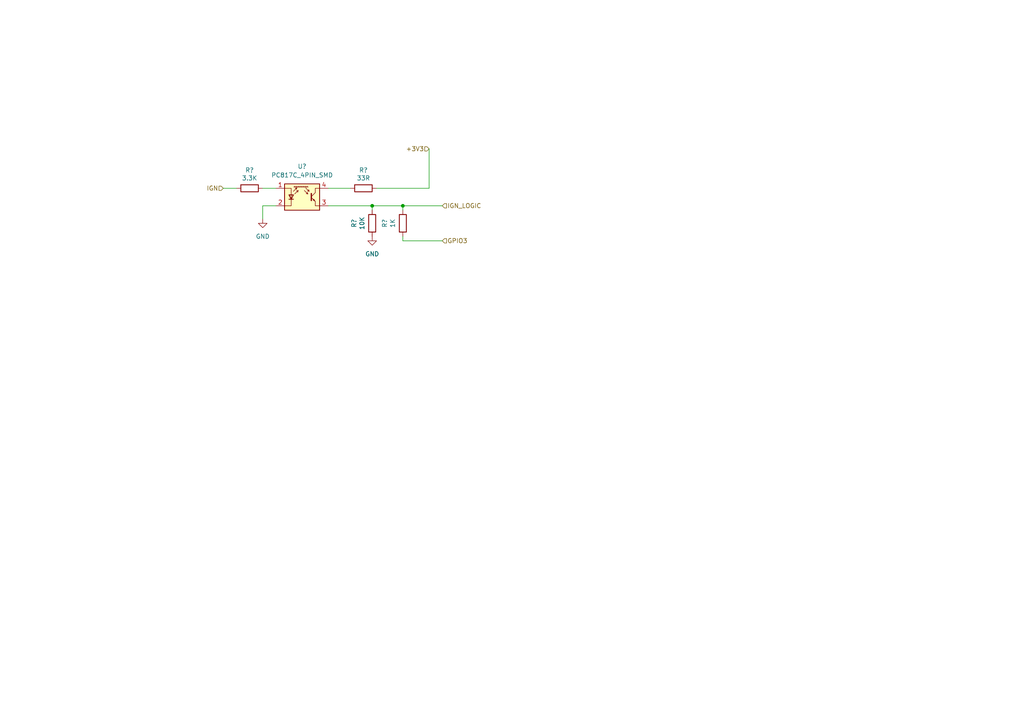
<source format=kicad_sch>
(kicad_sch (version 20231120) (generator "eeschema") (generator_version "7.99")
  (paper "A4")
  (lib_symbols
    (symbol "Device:R" (pin_numbers hide) (pin_names (offset 0))
      (property "Reference" "R" (at 2.032 0 90))
      (property "Value" "R" (at 0 0 90))
      (symbol "R_0_1"
        (rectangle (start -1.016 -2.54) (end 1.016 2.54) (stroke (width 0.254)))
      )
      (symbol "R_1_1"
        (pin passive line (at 0 3.81 270) (length 1.27) (name "~") (number "1"))
        (pin passive line (at 0 -3.81 90) (length 1.27) (name "~") (number "2"))
      )
    )
    (symbol "Sensor_Proximity:SFH9201" (pin_names (offset 0.0254) hide)
      (property "Reference" "U?" (at 0 8.89 0))
      (property "Value" "SFH9201" (at 0 6.35 0))
      (symbol "SFH9201_0_1"
        (polyline (pts (xy -3.81 -0.635) (xy -2.54 -0.635)) (stroke (width 0.254)))
        (polyline (pts (xy -2.286 2.921) (xy -2.032 3.175)))
        (polyline (pts (xy -1.778 2.921) (xy -1.524 3.175)))
        (polyline (pts (xy -1.524 2.667) (xy -1.651 2.159)))
        (polyline (pts (xy -1.27 2.921) (xy -1.016 3.175)))
        (polyline (pts (xy -1.143 1.905) (xy -1.27 1.397)))
        (polyline (pts (xy -0.762 2.921) (xy -0.508 3.175)))
        (polyline (pts (xy -0.254 2.921) (xy 0 3.175)))
        (polyline (pts (xy 0.254 2.921) (xy 0.508 3.175)))
        (polyline (pts (xy 0.762 2.921) (xy 1.016 3.175)))
        (polyline (pts (xy 1.27 2.921) (xy 1.524 3.175)))
        (polyline (pts (xy 1.651 0.889) (xy 1.143 1.016)))
        (polyline (pts (xy 1.778 2.921) (xy -2.413 2.921)))
        (polyline (pts (xy 2.032 1.651) (xy 1.524 1.778)))
        (polyline (pts (xy 2.667 -0.127) (xy 3.81 -1.27)))
        (polyline (pts (xy 2.667 0.127) (xy 3.81 1.27)))
        (polyline (pts (xy -2.54 1.651) (xy -1.524 2.667) (xy -2.032 2.54)))
        (polyline (pts (xy -2.159 0.889) (xy -1.143 1.905) (xy -1.651 1.778)))
        (polyline (pts (xy 0.635 1.905) (xy 1.651 0.889) (xy 1.524 1.397)))
        (polyline (pts (xy 1.016 2.667) (xy 2.032 1.651) (xy 1.905 2.159)))
        (polyline (pts (xy 2.667 1.016) (xy 2.667 -1.016) (xy 2.667 -1.016)) (stroke (width 0.3556)))
        (polyline (pts (xy 3.81 -1.27) (xy 3.81 -2.54) (xy 5.08 -2.54)))
        (polyline (pts (xy 3.81 1.27) (xy 3.81 2.54) (xy 5.08 2.54)))
        (polyline (pts (xy -5.08 -2.54) (xy -3.175 -2.54) (xy -3.175 2.54) (xy -5.08 2.54)))
        (polyline (pts (xy -3.175 -0.635) (xy -3.81 0.635) (xy -2.54 0.635) (xy -3.175 -0.635)) (stroke (width 0.254)))
        (polyline (pts (xy 3.683 -1.143) (xy 3.429 -0.635) (xy 3.175 -0.889) (xy 3.683 -1.143)))
        (polyline (pts (xy -5.08 -3.81) (xy 5.08 -3.81) (xy 5.08 3.81) (xy -5.08 3.81) (xy -5.08 -3.81)) (stroke (width 0.254)) (fill (type background)))
      )
      (symbol "SFH9201_1_1"
        (pin passive line (at -7.62 2.54 0) (length 2.54) (name "A") (number "1"))
        (pin passive line (at -7.62 -2.54 0) (length 2.54) (name "K") (number "2"))
        (pin open_emitter line (at 7.62 -2.54 180) (length 2.54) (name "E") (number "3"))
        (pin open_collector line (at 7.62 2.54 180) (length 2.54) (name "C") (number "4"))
      )
    )
    (symbol "power:GND" (power) (pin_names (offset 0))
      (property "Value" "GND" (at 0 -3.81 0))
      (symbol "GND_0_1"
        (polyline (pts (xy 0 0) (xy 0 -1.27) (xy 1.27 -1.27) (xy 0 -2.54) (xy -1.27 -1.27) (xy 0 -1.27)))
      )
      (symbol "GND_1_1"
        (pin power_in line (at 0 0 270) (length 0) hide (name "GND") (number "1"))
      )
    )
  )
  (junction (at 116.84 59.69))
  (junction (at 107.95 59.69))
  (wire (pts (xy 124.46 54.61) (xy 109.22 54.61)))
  (wire (pts (xy 76.2 59.69) (xy 76.2 63.5)))
  (wire (pts (xy 95.25 54.61) (xy 101.6 54.61)))
  (wire (pts (xy 124.46 43.18) (xy 124.46 54.61)))
  (wire (pts (xy 80.01 59.69) (xy 76.2 59.69)))
  (wire (pts (xy 76.2 54.61) (xy 80.01 54.61)))
  (wire (pts (xy 128.27 69.85) (xy 116.84 69.85)))
  (wire (pts (xy 107.95 59.69) (xy 107.95 60.96)))
  (wire (pts (xy 116.84 60.96) (xy 116.84 59.69)))
  (wire (pts (xy 116.84 59.69) (xy 107.95 59.69)))
  (wire (pts (xy 107.95 59.69) (xy 95.25 59.69)))
  (wire (pts (xy 64.77 54.61) (xy 68.58 54.61)))
  (wire (pts (xy 116.84 59.69) (xy 128.27 59.69)))
  (wire (pts (xy 116.84 69.85) (xy 116.84 68.58)))
  (hierarchical_label "IGN_LOGIC" (shape input) (at 128.27 59.69 0))
  (hierarchical_label "+3V3" (shape input) (at 124.46 43.18 180))
  (hierarchical_label "GPIO3" (shape input) (at 128.27 69.85 0))
  (hierarchical_label "IGN" (shape input) (at 64.77 54.61 180))
  (symbol (lib_id "Sensor_Proximity:SFH9201") (at 87.63 57.15 0) (unit 1)
    (property "Reference" "U?" (at 87.63 48.26 0))
    (property "Value" "PC817C_4PIN_SMD" (at 87.63 50.8 0))
    (property "Footprint" "Library:PC817C SMD 4pin" (effects (hide yes)))
    (property "MPN" "PC817C_4PIN_SMD" (effects (hide yes)))
  )
  (symbol (lib_id "power:GND") (at 107.95 68.58 0) (unit 1)
    (property "Reference" "#PWR0223" (effects (hide yes)))
    (property "Value" "GND" (at 107.95 73.66 0))
    (property "Description" "Power symbol creates a global label with name \"GND\" , ground" (effects (hide yes)))
  )
  (symbol (lib_id "Device:R") (at 107.95 64.77 0) (unit 1)
    (property "Reference" "R?" (at 102.6922 64.77 90))
    (property "Value" "10K" (at 105.0036 64.77 90))
    (property "Footprint" "Resistor_SMD:R_0603_1608Metric" (effects (hide yes)))
  )
  (symbol (lib_id "Device:R") (at 72.39 54.61 270) (unit 1)
    (property "Reference" "R?" (at 72.39 49.3522 90))
    (property "Value" "3.3K" (at 72.39 51.6636 90))
    (property "Footprint" "Resistor_SMD:R_0603_1608Metric" (effects (hide yes)))
  )
  (symbol (lib_id "Device:R") (at 105.41 54.61 270) (unit 1)
    (property "Reference" "R?" (at 105.41 49.3522 90))
    (property "Value" "33R" (at 105.41 51.6636 90))
    (property "Footprint" "Resistor_SMD:R_0603_1608Metric" (effects (hide yes)))
  )
  (symbol (lib_id "power:GND") (at 76.2 63.5 0) (unit 1)
    (property "Reference" "#PWR0144" (effects (hide yes)))
    (property "Value" "GND" (at 76.2 68.58 0))
    (property "Description" "Power symbol creates a global label with name \"GND\" , ground" (effects (hide yes)))
  )
  (symbol (lib_id "Device:R") (at 116.84 64.77 0) (unit 1)
    (property "Reference" "R?" (at 111.5822 64.77 90))
    (property "Value" "1K" (at 113.8936 64.77 90))
    (property "Footprint" "Resistor_SMD:R_0603_1608Metric" (effects (hide yes)))
  )
)
</source>
